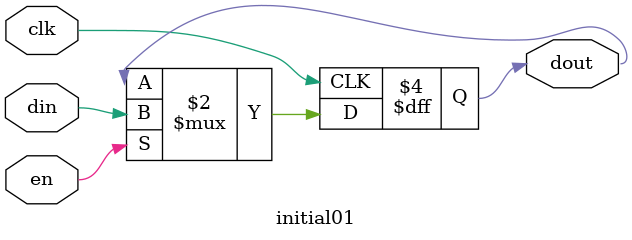
<source format=v>
module initial01(input clk, din, en,
		 output reg dout);
   always @(posedge clk)
     if (en)
       dout <= din;

endmodule

</source>
